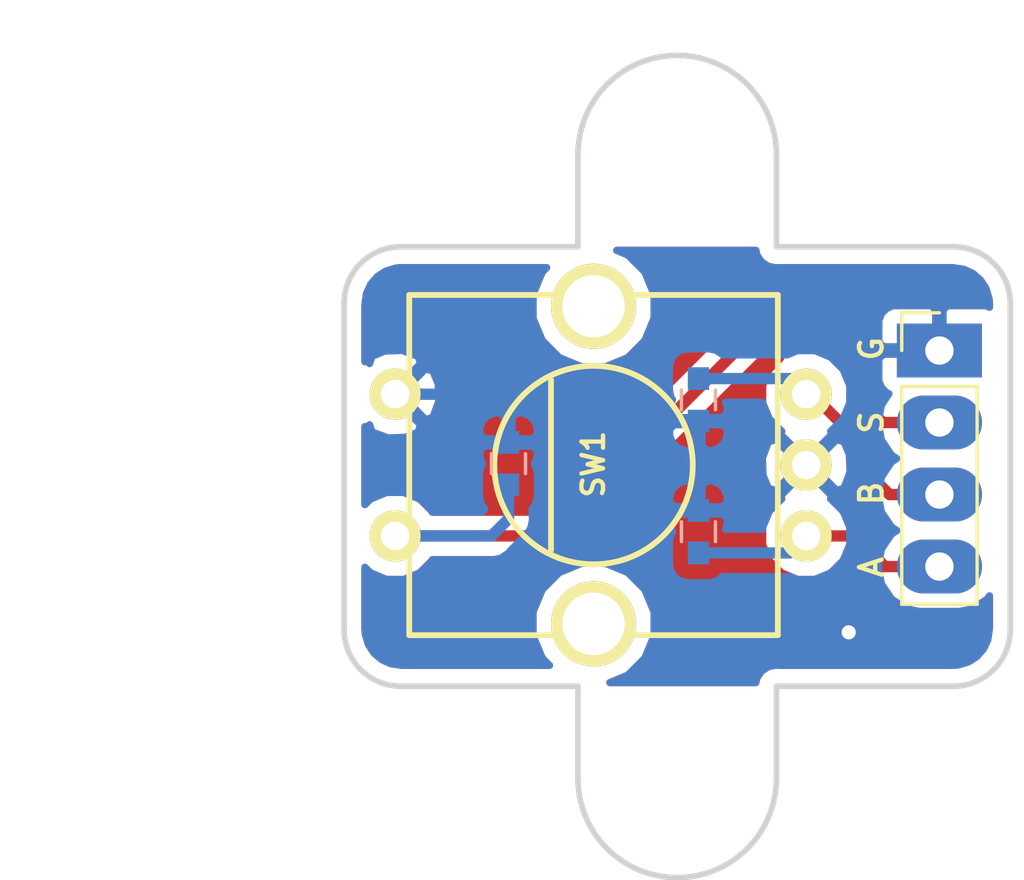
<source format=kicad_pcb>
(kicad_pcb (version 20171130) (host pcbnew "(5.0.0)")

  (general
    (thickness 1.6)
    (drawings 22)
    (tracks 37)
    (zones 0)
    (modules 7)
    (nets 5)
  )

  (page A4)
  (layers
    (0 F.Cu signal)
    (31 B.Cu signal)
    (32 B.Adhes user)
    (33 F.Adhes user)
    (34 B.Paste user)
    (35 F.Paste user)
    (36 B.SilkS user)
    (37 F.SilkS user)
    (38 B.Mask user)
    (39 F.Mask user)
    (40 Dwgs.User user)
    (41 Cmts.User user)
    (42 Eco1.User user)
    (43 Eco2.User user)
    (44 Edge.Cuts user)
    (45 Margin user)
    (46 B.CrtYd user)
    (47 F.CrtYd user)
    (48 B.Fab user)
    (49 F.Fab user hide)
  )

  (setup
    (last_trace_width 0.4)
    (trace_clearance 0.2)
    (zone_clearance 0.508)
    (zone_45_only no)
    (trace_min 0.2)
    (segment_width 0.2)
    (edge_width 0.2)
    (via_size 1)
    (via_drill 0.5)
    (via_min_size 0.4)
    (via_min_drill 0.3)
    (uvia_size 0.3)
    (uvia_drill 0.1)
    (uvias_allowed no)
    (uvia_min_size 0.2)
    (uvia_min_drill 0.1)
    (pcb_text_width 0.3)
    (pcb_text_size 1.5 1.5)
    (mod_edge_width 0.15)
    (mod_text_size 1 1)
    (mod_text_width 0.15)
    (pad_size 1.8 1.8)
    (pad_drill 1)
    (pad_to_mask_clearance 0.2)
    (aux_axis_origin 0 0)
    (visible_elements 7FFFFF7F)
    (pcbplotparams
      (layerselection 0x010fc_ffffffff)
      (usegerberextensions false)
      (usegerberattributes false)
      (usegerberadvancedattributes false)
      (creategerberjobfile false)
      (excludeedgelayer true)
      (linewidth 0.100000)
      (plotframeref false)
      (viasonmask false)
      (mode 1)
      (useauxorigin false)
      (hpglpennumber 1)
      (hpglpenspeed 20)
      (hpglpendiameter 15.000000)
      (psnegative false)
      (psa4output false)
      (plotreference true)
      (plotvalue true)
      (plotinvisibletext false)
      (padsonsilk false)
      (subtractmaskfromsilk false)
      (outputformat 1)
      (mirror false)
      (drillshape 1)
      (scaleselection 1)
      (outputdirectory ""))
  )

  (net 0 "")
  (net 1 GND)
  (net 2 "Net-(C1-Pad1)")
  (net 3 "Net-(C2-Pad1)")
  (net 4 "Net-(C3-Pad1)")

  (net_class Default "This is the default net class."
    (clearance 0.2)
    (trace_width 0.4)
    (via_dia 1)
    (via_drill 0.5)
    (uvia_dia 0.3)
    (uvia_drill 0.1)
    (add_net GND)
    (add_net "Net-(C1-Pad1)")
    (add_net "Net-(C2-Pad1)")
    (add_net "Net-(C3-Pad1)")
  )

  (module KiCadCustomLibs:Conn_1x04_2.54mm (layer F.Cu) (tedit 5CB63196) (tstamp 5CB696FC)
    (at 166 79.66)
    (descr "Through hole straight pin header, 1x04, 2.54mm pitch, single row")
    (tags "Through hole pin header THT 1x04 2.54mm single row")
    (path /5CBC5D95)
    (fp_text reference J1 (at 0 -2.33) (layer F.SilkS) hide
      (effects (font (size 1 1) (thickness 0.15)))
    )
    (fp_text value Conn_01x04 (at 0 9.95) (layer F.Fab) hide
      (effects (font (size 1 1) (thickness 0.15)))
    )
    (fp_text user %R (at 0 3.81 90) (layer F.Fab)
      (effects (font (size 1 1) (thickness 0.15)))
    )
    (fp_line (start 1.8 -1.8) (end -1.8 -1.8) (layer F.CrtYd) (width 0.05))
    (fp_line (start 1.8 9.4) (end 1.8 -1.8) (layer F.CrtYd) (width 0.05))
    (fp_line (start -1.8 9.4) (end 1.8 9.4) (layer F.CrtYd) (width 0.05))
    (fp_line (start -1.8 -1.8) (end -1.8 9.4) (layer F.CrtYd) (width 0.05))
    (fp_line (start -1.33 -1.33) (end 0 -1.33) (layer F.SilkS) (width 0.12))
    (fp_line (start -1.33 0) (end -1.33 -1.33) (layer F.SilkS) (width 0.12))
    (fp_line (start -1.33 1.27) (end 1.33 1.27) (layer F.SilkS) (width 0.12))
    (fp_line (start 1.33 1.27) (end 1.33 8.95) (layer F.SilkS) (width 0.12))
    (fp_line (start -1.33 1.27) (end -1.33 8.95) (layer F.SilkS) (width 0.12))
    (fp_line (start -1.33 8.95) (end 1.33 8.95) (layer F.SilkS) (width 0.12))
    (fp_line (start -1.27 -0.635) (end -0.635 -1.27) (layer F.Fab) (width 0.1))
    (fp_line (start -1.27 8.89) (end -1.27 -0.635) (layer F.Fab) (width 0.1))
    (fp_line (start 1.27 8.89) (end -1.27 8.89) (layer F.Fab) (width 0.1))
    (fp_line (start 1.27 -1.27) (end 1.27 8.89) (layer F.Fab) (width 0.1))
    (fp_line (start -0.635 -1.27) (end 1.27 -1.27) (layer F.Fab) (width 0.1))
    (pad 4 thru_hole oval (at 0 7.62) (size 3 1.9) (drill 1) (layers *.Cu *.Mask)
      (net 3 "Net-(C2-Pad1)"))
    (pad 3 thru_hole oval (at 0 5.08) (size 3 1.9) (drill 1) (layers *.Cu *.Mask)
      (net 4 "Net-(C3-Pad1)"))
    (pad 2 thru_hole oval (at 0 2.54) (size 3 1.9) (drill 1) (layers *.Cu *.Mask)
      (net 2 "Net-(C1-Pad1)"))
    (pad 1 thru_hole rect (at 0 0) (size 3 1.9) (drill 1) (layers *.Cu *.Mask)
      (net 1 GND))
    (model ${KISYS3DMOD}/Pin_Headers.3dshapes/Pin_Header_Straight_1x04_Pitch2.54mm.wrl
      (at (xyz 0 0 0))
      (scale (xyz 1 1 1))
      (rotate (xyz 0 0 0))
    )
  )

  (module KiCadCustomLibs:ROTARY-ENCODER (layer F.Cu) (tedit 5CB6319B) (tstamp 5CB69959)
    (at 153.8 83.7 90)
    (path /5CBC81D0)
    (fp_text reference SW1 (at 0.03 -0.01 90) (layer F.SilkS)
      (effects (font (size 0.762 0.762) (thickness 0.1524)))
    )
    (fp_text value Rotary_Encoder_Switch (at 0 0 90) (layer F.SilkS) hide
      (effects (font (size 0.762 0.762) (thickness 0.1524)))
    )
    (fp_line (start 3 -1.5) (end -3 -1.5) (layer F.SilkS) (width 0.2032))
    (fp_circle (center 0 0) (end 3.5 0) (layer F.SilkS) (width 0.2032))
    (fp_line (start 6 6.5) (end -6 6.5) (layer F.SilkS) (width 0.2032))
    (fp_line (start -6 6.5) (end -6 -6.5) (layer F.SilkS) (width 0.2032))
    (fp_line (start -6 -6.5) (end 6 -6.5) (layer F.SilkS) (width 0.2032))
    (fp_line (start 6 -6.5) (end 6 6.5) (layer F.SilkS) (width 0.2032))
    (pad 1 thru_hole circle (at -2.5 7.5 90) (size 1.8 1.8) (drill 1) (layers *.Cu *.Mask F.SilkS)
      (net 3 "Net-(C2-Pad1)"))
    (pad 3 thru_hole circle (at 2.5 7.5 90) (size 1.8 1.8) (drill 1) (layers *.Cu *.Mask F.SilkS)
      (net 4 "Net-(C3-Pad1)"))
    (pad 2 thru_hole circle (at 0 7.5 90) (size 1.8 1.8) (drill 1) (layers *.Cu *.Mask F.SilkS)
      (net 1 GND))
    (pad 4 thru_hole circle (at -2.5 -7 90) (size 1.8 1.8) (drill 1) (layers *.Cu *.Mask F.SilkS)
      (net 2 "Net-(C1-Pad1)"))
    (pad 5 thru_hole circle (at 2.5 -7 90) (size 1.8 1.8) (drill 1) (layers *.Cu *.Mask F.SilkS)
      (net 1 GND))
    (pad "" thru_hole circle (at 5.6 0 90) (size 3 3) (drill 2.2) (layers *.Cu *.Mask F.SilkS))
    (pad "" thru_hole circle (at -5.6 0 90) (size 3 3) (drill 2.2) (layers *.Cu *.Mask F.SilkS))
  )

  (module Capacitors_SMD:C_0603 (layer B.Cu) (tedit 5CB631AF) (tstamp 5CB69C17)
    (at 150.8 83.65 90)
    (descr "Capacitor SMD 0603, reflow soldering, AVX (see smccp.pdf)")
    (tags "capacitor 0603")
    (path /5CBCB27E)
    (attr smd)
    (fp_text reference C1 (at 0 1.5 90) (layer B.SilkS) hide
      (effects (font (size 1 1) (thickness 0.15)) (justify mirror))
    )
    (fp_text value C_Small (at 0 -1.5 90) (layer B.Fab)
      (effects (font (size 1 1) (thickness 0.15)) (justify mirror))
    )
    (fp_text user %R (at 0 0 90) (layer B.Fab)
      (effects (font (size 0.3 0.3) (thickness 0.075)) (justify mirror))
    )
    (fp_line (start -0.8 -0.4) (end -0.8 0.4) (layer B.Fab) (width 0.1))
    (fp_line (start 0.8 -0.4) (end -0.8 -0.4) (layer B.Fab) (width 0.1))
    (fp_line (start 0.8 0.4) (end 0.8 -0.4) (layer B.Fab) (width 0.1))
    (fp_line (start -0.8 0.4) (end 0.8 0.4) (layer B.Fab) (width 0.1))
    (fp_line (start -0.35 0.6) (end 0.35 0.6) (layer B.SilkS) (width 0.12))
    (fp_line (start 0.35 -0.6) (end -0.35 -0.6) (layer B.SilkS) (width 0.12))
    (fp_line (start -1.4 0.65) (end 1.4 0.65) (layer B.CrtYd) (width 0.05))
    (fp_line (start -1.4 0.65) (end -1.4 -0.65) (layer B.CrtYd) (width 0.05))
    (fp_line (start 1.4 -0.65) (end 1.4 0.65) (layer B.CrtYd) (width 0.05))
    (fp_line (start 1.4 -0.65) (end -1.4 -0.65) (layer B.CrtYd) (width 0.05))
    (pad 1 smd rect (at -0.75 0 90) (size 0.8 0.75) (layers B.Cu B.Paste B.Mask)
      (net 2 "Net-(C1-Pad1)"))
    (pad 2 smd rect (at 0.75 0 90) (size 0.8 0.75) (layers B.Cu B.Paste B.Mask)
      (net 1 GND))
    (model Capacitors_SMD.3dshapes/C_0603.wrl
      (at (xyz 0 0 0))
      (scale (xyz 1 1 1))
      (rotate (xyz 0 0 0))
    )
  )

  (module Capacitors_SMD:C_0603 (layer B.Cu) (tedit 5CB631B9) (tstamp 5CB69C28)
    (at 157.5 86.05 90)
    (descr "Capacitor SMD 0603, reflow soldering, AVX (see smccp.pdf)")
    (tags "capacitor 0603")
    (path /5CBCB374)
    (attr smd)
    (fp_text reference C2 (at 0 1.5 90) (layer B.SilkS) hide
      (effects (font (size 1 1) (thickness 0.15)) (justify mirror))
    )
    (fp_text value C_Small (at 0 -1.5 90) (layer B.Fab)
      (effects (font (size 1 1) (thickness 0.15)) (justify mirror))
    )
    (fp_line (start 1.4 -0.65) (end -1.4 -0.65) (layer B.CrtYd) (width 0.05))
    (fp_line (start 1.4 -0.65) (end 1.4 0.65) (layer B.CrtYd) (width 0.05))
    (fp_line (start -1.4 0.65) (end -1.4 -0.65) (layer B.CrtYd) (width 0.05))
    (fp_line (start -1.4 0.65) (end 1.4 0.65) (layer B.CrtYd) (width 0.05))
    (fp_line (start 0.35 -0.6) (end -0.35 -0.6) (layer B.SilkS) (width 0.12))
    (fp_line (start -0.35 0.6) (end 0.35 0.6) (layer B.SilkS) (width 0.12))
    (fp_line (start -0.8 0.4) (end 0.8 0.4) (layer B.Fab) (width 0.1))
    (fp_line (start 0.8 0.4) (end 0.8 -0.4) (layer B.Fab) (width 0.1))
    (fp_line (start 0.8 -0.4) (end -0.8 -0.4) (layer B.Fab) (width 0.1))
    (fp_line (start -0.8 -0.4) (end -0.8 0.4) (layer B.Fab) (width 0.1))
    (fp_text user %R (at 0 0 270) (layer B.Fab)
      (effects (font (size 0.3 0.3) (thickness 0.075)) (justify mirror))
    )
    (pad 2 smd rect (at 0.75 0 90) (size 0.8 0.75) (layers B.Cu B.Paste B.Mask)
      (net 1 GND))
    (pad 1 smd rect (at -0.75 0 90) (size 0.8 0.75) (layers B.Cu B.Paste B.Mask)
      (net 3 "Net-(C2-Pad1)"))
    (model Capacitors_SMD.3dshapes/C_0603.wrl
      (at (xyz 0 0 0))
      (scale (xyz 1 1 1))
      (rotate (xyz 0 0 0))
    )
  )

  (module Capacitors_SMD:C_0603 (layer B.Cu) (tedit 5CB631B2) (tstamp 5CB69C39)
    (at 157.5 81.4 270)
    (descr "Capacitor SMD 0603, reflow soldering, AVX (see smccp.pdf)")
    (tags "capacitor 0603")
    (path /5CBCB3C6)
    (attr smd)
    (fp_text reference C3 (at 0 1.5 270) (layer B.SilkS) hide
      (effects (font (size 1 1) (thickness 0.15)) (justify mirror))
    )
    (fp_text value C_Small (at 0 -1.5 270) (layer B.Fab)
      (effects (font (size 1 1) (thickness 0.15)) (justify mirror))
    )
    (fp_text user %R (at 0 0 270) (layer B.Fab)
      (effects (font (size 0.3 0.3) (thickness 0.075)) (justify mirror))
    )
    (fp_line (start -0.8 -0.4) (end -0.8 0.4) (layer B.Fab) (width 0.1))
    (fp_line (start 0.8 -0.4) (end -0.8 -0.4) (layer B.Fab) (width 0.1))
    (fp_line (start 0.8 0.4) (end 0.8 -0.4) (layer B.Fab) (width 0.1))
    (fp_line (start -0.8 0.4) (end 0.8 0.4) (layer B.Fab) (width 0.1))
    (fp_line (start -0.35 0.6) (end 0.35 0.6) (layer B.SilkS) (width 0.12))
    (fp_line (start 0.35 -0.6) (end -0.35 -0.6) (layer B.SilkS) (width 0.12))
    (fp_line (start -1.4 0.65) (end 1.4 0.65) (layer B.CrtYd) (width 0.05))
    (fp_line (start -1.4 0.65) (end -1.4 -0.65) (layer B.CrtYd) (width 0.05))
    (fp_line (start 1.4 -0.65) (end 1.4 0.65) (layer B.CrtYd) (width 0.05))
    (fp_line (start 1.4 -0.65) (end -1.4 -0.65) (layer B.CrtYd) (width 0.05))
    (pad 1 smd rect (at -0.75 0 270) (size 0.8 0.75) (layers B.Cu B.Paste B.Mask)
      (net 4 "Net-(C3-Pad1)"))
    (pad 2 smd rect (at 0.75 0 270) (size 0.8 0.75) (layers B.Cu B.Paste B.Mask)
      (net 1 GND))
    (model Capacitors_SMD.3dshapes/C_0603.wrl
      (at (xyz 0 0 0))
      (scale (xyz 1 1 1))
      (rotate (xyz 0 0 0))
    )
  )

  (module Mounting_Holes:MountingHole_3mm (layer F.Cu) (tedit 5CB6359B) (tstamp 5CB6A230)
    (at 156.75 72.75)
    (descr "Mounting Hole 3mm, no annular")
    (tags "mounting hole 3mm no annular")
    (attr virtual)
    (fp_text reference REF** (at 0 -4) (layer F.SilkS) hide
      (effects (font (size 1 1) (thickness 0.15)))
    )
    (fp_text value MountingHole_3mm (at 0 4) (layer F.Fab)
      (effects (font (size 1 1) (thickness 0.15)))
    )
    (fp_text user %R (at 0.3 0) (layer F.Fab)
      (effects (font (size 1 1) (thickness 0.15)))
    )
    (fp_circle (center 0 0) (end 3 0) (layer Cmts.User) (width 0.15))
    (fp_circle (center 0 0) (end 3.25 0) (layer F.CrtYd) (width 0.05))
    (pad 1 np_thru_hole circle (at 0 0) (size 3 3) (drill 3) (layers *.Cu *.Mask))
  )

  (module Mounting_Holes:MountingHole_3mm (layer F.Cu) (tedit 5CB6359F) (tstamp 5CB6A235)
    (at 156.75 94.75)
    (descr "Mounting Hole 3mm, no annular")
    (tags "mounting hole 3mm no annular")
    (attr virtual)
    (fp_text reference REF** (at 0 -4) (layer F.SilkS) hide
      (effects (font (size 1 1) (thickness 0.15)))
    )
    (fp_text value MountingHole_3mm (at 0 4) (layer F.Fab)
      (effects (font (size 1 1) (thickness 0.15)))
    )
    (fp_text user %R (at 0.3 0) (layer F.Fab)
      (effects (font (size 1 1) (thickness 0.15)))
    )
    (fp_circle (center 0 0) (end 3 0) (layer Cmts.User) (width 0.15))
    (fp_circle (center 0 0) (end 3.25 0) (layer F.CrtYd) (width 0.05))
    (pad 1 np_thru_hole circle (at 0 0) (size 3 3) (drill 3) (layers *.Cu *.Mask))
  )

  (gr_line (start 147 76) (end 153.25 76) (layer Edge.Cuts) (width 0.2))
  (gr_line (start 147 91.5) (end 153.25 91.5) (layer Edge.Cuts) (width 0.2))
  (gr_line (start 160.25 91.5) (end 166.5 91.5) (layer Edge.Cuts) (width 0.2))
  (gr_line (start 168.5 78) (end 168.5 89.5) (layer Edge.Cuts) (width 0.2))
  (gr_line (start 160.25 76) (end 166.5 76) (layer Edge.Cuts) (width 0.2))
  (gr_arc (start 166.5 89.5) (end 166.5 91.5) (angle -90) (layer Edge.Cuts) (width 0.2))
  (gr_arc (start 166.5 78) (end 168.5 78) (angle -90) (layer Edge.Cuts) (width 0.2))
  (gr_line (start 145 78) (end 145 89.5) (layer Edge.Cuts) (width 0.2))
  (gr_arc (start 147 89.5) (end 145 89.5) (angle -90) (layer Edge.Cuts) (width 0.2))
  (gr_arc (start 147 78) (end 147 76) (angle -90) (layer Edge.Cuts) (width 0.2))
  (gr_line (start 153.25 94.75) (end 153.25 91.5) (layer Edge.Cuts) (width 0.2))
  (gr_line (start 160.25 94.75) (end 160.25 91.5) (layer Edge.Cuts) (width 0.2))
  (gr_line (start 153.25 72.75) (end 153.25 76) (layer Edge.Cuts) (width 0.2))
  (gr_line (start 160.25 72.75) (end 160.25 76) (layer Edge.Cuts) (width 0.2))
  (gr_arc (start 156.75 94.75) (end 153.25 94.75) (angle -180) (layer Edge.Cuts) (width 0.2))
  (gr_arc (start 156.75 72.75) (end 160.25 72.75) (angle -180) (layer Edge.Cuts) (width 0.2))
  (dimension 15.5 (width 0.3) (layer Dwgs.User)
    (gr_text "15.500 mm" (at 138.4 83.75 270) (layer Dwgs.User)
      (effects (font (size 1.5 1.5) (thickness 0.3)))
    )
    (feature1 (pts (xy 145 91.5) (xy 139.913579 91.5)))
    (feature2 (pts (xy 145 76) (xy 139.913579 76)))
    (crossbar (pts (xy 140.5 76) (xy 140.5 91.5)))
    (arrow1a (pts (xy 140.5 91.5) (xy 139.913579 90.373496)))
    (arrow1b (pts (xy 140.5 91.5) (xy 141.086421 90.373496)))
    (arrow2a (pts (xy 140.5 76) (xy 139.913579 77.126504)))
    (arrow2b (pts (xy 140.5 76) (xy 141.086421 77.126504)))
  )
  (dimension 23.5 (width 0.3) (layer Dwgs.User)
    (gr_text "23.500 mm" (at 156.75 68.4) (layer Dwgs.User)
      (effects (font (size 1.5 1.5) (thickness 0.3)))
    )
    (feature1 (pts (xy 168.5 76) (xy 168.5 69.913579)))
    (feature2 (pts (xy 145 76) (xy 145 69.913579)))
    (crossbar (pts (xy 145 70.5) (xy 168.5 70.5)))
    (arrow1a (pts (xy 168.5 70.5) (xy 167.373496 71.086421)))
    (arrow1b (pts (xy 168.5 70.5) (xy 167.373496 69.913579)))
    (arrow2a (pts (xy 145 70.5) (xy 146.126504 71.086421)))
    (arrow2b (pts (xy 145 70.5) (xy 146.126504 69.913579)))
  )
  (gr_text G (at 163.6 79.6 90) (layer F.SilkS) (tstamp 5CB6A1C7)
    (effects (font (size 0.8 0.8) (thickness 0.15)))
  )
  (gr_text S (at 163.6 82.2 90) (layer F.SilkS) (tstamp 5CB6A1C3)
    (effects (font (size 0.8 0.8) (thickness 0.15)))
  )
  (gr_text B (at 163.6 84.7 90) (layer F.SilkS) (tstamp 5CB6A1BF)
    (effects (font (size 0.8 0.8) (thickness 0.15)))
  )
  (gr_text A (at 163.6 87.3 90) (layer F.SilkS)
    (effects (font (size 0.8 0.8) (thickness 0.15)))
  )

  (segment (start 146.8 81.2) (end 150.1 81.2) (width 0.4) (layer B.Cu) (net 1))
  (segment (start 150.8 81.9) (end 150.8 82.9) (width 0.4) (layer B.Cu) (net 1))
  (segment (start 150.1 81.2) (end 150.8 81.9) (width 0.4) (layer B.Cu) (net 1))
  (segment (start 150.8 82.9) (end 153.6 82.9) (width 0.4) (layer B.Cu) (net 1))
  (segment (start 154.35 82.15) (end 157.5 82.15) (width 0.4) (layer B.Cu) (net 1))
  (segment (start 153.6 82.9) (end 154.35 82.15) (width 0.4) (layer B.Cu) (net 1))
  (segment (start 158.75 82.15) (end 157.5 82.15) (width 0.4) (layer B.Cu) (net 1))
  (segment (start 157.5 85.3) (end 157.5 84.1) (width 0.4) (layer B.Cu) (net 1))
  (segment (start 157.5 84.1) (end 157.5 82.15) (width 0.4) (layer B.Cu) (net 1))
  (segment (start 157.5 85.3) (end 155.6 85.3) (width 0.4) (layer B.Cu) (net 1))
  (segment (start 155.6 85.3) (end 155.9 85.6) (width 0.4) (layer B.Cu) (net 1))
  (segment (start 155.9 85.6) (end 155.9 87.5) (width 0.4) (layer B.Cu) (net 1))
  (via (at 162.8 89.6) (size 1) (drill 0.5) (layers F.Cu B.Cu) (net 1))
  (segment (start 155.9 87.5) (end 158 89.6) (width 0.4) (layer B.Cu) (net 1))
  (segment (start 158 89.6) (end 162.8 89.6) (width 0.4) (layer B.Cu) (net 1))
  (segment (start 146.8 86.2) (end 150.2 86.2) (width 0.4) (layer B.Cu) (net 2))
  (segment (start 150.8 85.6) (end 150.8 84.4) (width 0.4) (layer B.Cu) (net 2))
  (segment (start 150.2 86.2) (end 150.8 85.6) (width 0.4) (layer B.Cu) (net 2))
  (segment (start 146.8 86.2) (end 152.3 86.2) (width 0.4) (layer F.Cu) (net 2))
  (segment (start 152.3 86.2) (end 159.4 79.1) (width 0.4) (layer F.Cu) (net 2))
  (segment (start 159.4 79.1) (end 162 79.1) (width 0.4) (layer F.Cu) (net 2))
  (segment (start 162 79.1) (end 163.4 80.5) (width 0.4) (layer F.Cu) (net 2))
  (segment (start 163.4 80.5) (end 163.4 81.6) (width 0.4) (layer F.Cu) (net 2))
  (segment (start 164 82.2) (end 166 82.2) (width 0.4) (layer F.Cu) (net 2))
  (segment (start 163.4 81.6) (end 164 82.2) (width 0.4) (layer F.Cu) (net 2))
  (segment (start 161.3 86.2) (end 163 86.2) (width 0.4) (layer F.Cu) (net 3))
  (segment (start 164.08 87.28) (end 166 87.28) (width 0.4) (layer F.Cu) (net 3))
  (segment (start 163 86.2) (end 164.08 87.28) (width 0.4) (layer F.Cu) (net 3))
  (segment (start 160.7 86.8) (end 161.3 86.2) (width 0.4) (layer B.Cu) (net 3))
  (segment (start 157.5 86.8) (end 160.7 86.8) (width 0.4) (layer B.Cu) (net 3))
  (segment (start 161.3 81.2) (end 161.5 81.2) (width 0.4) (layer F.Cu) (net 4))
  (segment (start 161.5 81.2) (end 163.3 83) (width 0.4) (layer F.Cu) (net 4))
  (segment (start 163.3 83) (end 163.3 83.8) (width 0.4) (layer F.Cu) (net 4))
  (segment (start 164.24 84.74) (end 166 84.74) (width 0.4) (layer F.Cu) (net 4))
  (segment (start 163.3 83.8) (end 164.24 84.74) (width 0.4) (layer F.Cu) (net 4))
  (segment (start 160.75 80.65) (end 161.3 81.2) (width 0.4) (layer B.Cu) (net 4))
  (segment (start 157.5 80.65) (end 160.75 80.65) (width 0.4) (layer B.Cu) (net 4))

  (zone (net 1) (net_name GND) (layer B.Cu) (tstamp 0) (hatch edge 0.508)
    (connect_pads (clearance 0.508))
    (min_thickness 0.254)
    (fill yes (arc_segments 16) (thermal_gap 0.508) (thermal_bridge_width 0.508))
    (polygon
      (pts
        (xy 168.5 76) (xy 144.5 76) (xy 144.5 91.5) (xy 168.5 91.5)
      )
    )
    (filled_polygon
      (pts
        (xy 159.557646 76.286783) (xy 159.720095 76.529905) (xy 159.963217 76.692354) (xy 160.177612 76.735) (xy 160.25 76.749399)
        (xy 160.322388 76.735) (xy 166.447636 76.735) (xy 166.85294 76.793044) (xy 167.177504 76.940614) (xy 167.447607 77.17335)
        (xy 167.641532 77.472539) (xy 167.75097 77.838479) (xy 167.765 78.027273) (xy 167.765 78.132448) (xy 167.626309 78.075)
        (xy 166.28575 78.075) (xy 166.127 78.23375) (xy 166.127 79.533) (xy 166.147 79.533) (xy 166.147 79.787)
        (xy 166.127 79.787) (xy 166.127 79.807) (xy 165.873 79.807) (xy 165.873 79.787) (xy 164.02375 79.787)
        (xy 163.865 79.94575) (xy 163.865 80.73631) (xy 163.961673 80.969699) (xy 164.140302 81.148327) (xy 164.223434 81.182762)
        (xy 163.956964 81.581564) (xy 163.833949 82.2) (xy 163.956964 82.818436) (xy 164.307279 83.342721) (xy 164.497766 83.47)
        (xy 164.307279 83.597279) (xy 163.956964 84.121564) (xy 163.833949 84.74) (xy 163.956964 85.358436) (xy 164.307279 85.882721)
        (xy 164.497766 86.01) (xy 164.307279 86.137279) (xy 163.956964 86.661564) (xy 163.833949 87.28) (xy 163.956964 87.898436)
        (xy 164.307279 88.422721) (xy 164.831564 88.773036) (xy 165.293897 88.865) (xy 166.706103 88.865) (xy 167.168436 88.773036)
        (xy 167.692721 88.422721) (xy 167.765001 88.314546) (xy 167.765001 89.447629) (xy 167.706956 89.852938) (xy 167.559385 90.177504)
        (xy 167.32665 90.447606) (xy 167.027459 90.641532) (xy 166.661525 90.75097) (xy 166.472727 90.765) (xy 160.322388 90.765)
        (xy 160.25 90.750601) (xy 160.177612 90.765) (xy 159.963217 90.807646) (xy 159.720095 90.970095) (xy 159.557646 91.213217)
        (xy 159.525863 91.373) (xy 154.374359 91.373) (xy 155.00938 91.109966) (xy 155.609966 90.50938) (xy 155.935 89.724678)
        (xy 155.935 88.875322) (xy 155.609966 88.09062) (xy 155.00938 87.490034) (xy 154.224678 87.165) (xy 153.375322 87.165)
        (xy 152.59062 87.490034) (xy 151.990034 88.09062) (xy 151.665 88.875322) (xy 151.665 89.724678) (xy 151.990034 90.50938)
        (xy 152.245654 90.765) (xy 147.052364 90.765) (xy 146.647062 90.706956) (xy 146.322496 90.559385) (xy 146.052394 90.32665)
        (xy 145.858468 90.027459) (xy 145.74903 89.661525) (xy 145.735 89.472727) (xy 145.735 87.305817) (xy 145.930493 87.50131)
        (xy 146.49467 87.735) (xy 147.10533 87.735) (xy 147.669507 87.50131) (xy 148.10131 87.069507) (xy 148.115603 87.035)
        (xy 150.117767 87.035) (xy 150.2 87.051357) (xy 150.282233 87.035) (xy 150.282237 87.035) (xy 150.525801 86.986552)
        (xy 150.802001 86.802001) (xy 150.848587 86.73228) (xy 151.180867 86.4) (xy 156.47756 86.4) (xy 156.47756 87.2)
        (xy 156.526843 87.447765) (xy 156.667191 87.657809) (xy 156.877235 87.798157) (xy 157.125 87.84744) (xy 157.875 87.84744)
        (xy 158.122765 87.798157) (xy 158.332809 87.657809) (xy 158.34805 87.635) (xy 160.617767 87.635) (xy 160.7 87.651357)
        (xy 160.762652 87.638895) (xy 160.99467 87.735) (xy 161.60533 87.735) (xy 162.169507 87.50131) (xy 162.60131 87.069507)
        (xy 162.835 86.50533) (xy 162.835 85.89467) (xy 162.60131 85.330493) (xy 162.169507 84.89869) (xy 162.16171 84.895461)
        (xy 162.200554 84.780159) (xy 161.3 83.879605) (xy 160.399446 84.780159) (xy 160.43829 84.895461) (xy 160.430493 84.89869)
        (xy 159.99869 85.330493) (xy 159.765 85.89467) (xy 159.765 85.965) (xy 158.452552 85.965) (xy 158.51 85.826309)
        (xy 158.51 85.58575) (xy 158.35125 85.427) (xy 157.627 85.427) (xy 157.627 85.447) (xy 157.373 85.447)
        (xy 157.373 85.427) (xy 156.64875 85.427) (xy 156.49 85.58575) (xy 156.49 85.826309) (xy 156.586673 86.059698)
        (xy 156.587873 86.060898) (xy 156.526843 86.152235) (xy 156.47756 86.4) (xy 151.180867 86.4) (xy 151.332283 86.248585)
        (xy 151.402001 86.202001) (xy 151.586552 85.925801) (xy 151.635 85.682237) (xy 151.635 85.682234) (xy 151.651357 85.600001)
        (xy 151.635 85.517768) (xy 151.635 85.25453) (xy 151.773157 85.047765) (xy 151.82244 84.8) (xy 151.82244 84.773691)
        (xy 156.49 84.773691) (xy 156.49 85.01425) (xy 156.64875 85.173) (xy 157.373 85.173) (xy 157.373 84.42375)
        (xy 157.627 84.42375) (xy 157.627 85.173) (xy 158.35125 85.173) (xy 158.51 85.01425) (xy 158.51 84.773691)
        (xy 158.413327 84.540302) (xy 158.234699 84.361673) (xy 158.00131 84.265) (xy 157.78575 84.265) (xy 157.627 84.42375)
        (xy 157.373 84.42375) (xy 157.21425 84.265) (xy 156.99869 84.265) (xy 156.765301 84.361673) (xy 156.586673 84.540302)
        (xy 156.49 84.773691) (xy 151.82244 84.773691) (xy 151.82244 84) (xy 151.773157 83.752235) (xy 151.712127 83.660898)
        (xy 151.713327 83.659698) (xy 151.796319 83.459336) (xy 159.753542 83.459336) (xy 159.779161 84.06946) (xy 159.963357 84.514148)
        (xy 160.219841 84.600554) (xy 161.120395 83.7) (xy 161.479605 83.7) (xy 162.380159 84.600554) (xy 162.636643 84.514148)
        (xy 162.846458 83.940664) (xy 162.820839 83.33054) (xy 162.636643 82.885852) (xy 162.380159 82.799446) (xy 161.479605 83.7)
        (xy 161.120395 83.7) (xy 160.219841 82.799446) (xy 159.963357 82.885852) (xy 159.753542 83.459336) (xy 151.796319 83.459336)
        (xy 151.81 83.426309) (xy 151.81 83.18575) (xy 151.65125 83.027) (xy 150.927 83.027) (xy 150.927 83.047)
        (xy 150.673 83.047) (xy 150.673 83.027) (xy 149.94875 83.027) (xy 149.79 83.18575) (xy 149.79 83.426309)
        (xy 149.886673 83.659698) (xy 149.887873 83.660898) (xy 149.826843 83.752235) (xy 149.77756 84) (xy 149.77756 84.8)
        (xy 149.826843 85.047765) (xy 149.964841 85.254292) (xy 149.854133 85.365) (xy 148.115603 85.365) (xy 148.10131 85.330493)
        (xy 147.669507 84.89869) (xy 147.10533 84.665) (xy 146.49467 84.665) (xy 145.930493 84.89869) (xy 145.735 85.094183)
        (xy 145.735 82.344828) (xy 145.78489 82.394718) (xy 145.899447 82.280161) (xy 145.985852 82.536643) (xy 146.559336 82.746458)
        (xy 147.16946 82.720839) (xy 147.614148 82.536643) (xy 147.669044 82.373691) (xy 149.79 82.373691) (xy 149.79 82.61425)
        (xy 149.94875 82.773) (xy 150.673 82.773) (xy 150.673 82.02375) (xy 150.927 82.02375) (xy 150.927 82.773)
        (xy 151.65125 82.773) (xy 151.81 82.61425) (xy 151.81 82.43575) (xy 156.49 82.43575) (xy 156.49 82.676309)
        (xy 156.586673 82.909698) (xy 156.765301 83.088327) (xy 156.99869 83.185) (xy 157.21425 83.185) (xy 157.373 83.02625)
        (xy 157.373 82.277) (xy 157.627 82.277) (xy 157.627 83.02625) (xy 157.78575 83.185) (xy 158.00131 83.185)
        (xy 158.234699 83.088327) (xy 158.413327 82.909698) (xy 158.51 82.676309) (xy 158.51 82.43575) (xy 158.35125 82.277)
        (xy 157.627 82.277) (xy 157.373 82.277) (xy 156.64875 82.277) (xy 156.49 82.43575) (xy 151.81 82.43575)
        (xy 151.81 82.373691) (xy 151.713327 82.140302) (xy 151.534699 81.961673) (xy 151.30131 81.865) (xy 151.08575 81.865)
        (xy 150.927 82.02375) (xy 150.673 82.02375) (xy 150.51425 81.865) (xy 150.29869 81.865) (xy 150.065301 81.961673)
        (xy 149.886673 82.140302) (xy 149.79 82.373691) (xy 147.669044 82.373691) (xy 147.700554 82.280159) (xy 146.8 81.379605)
        (xy 146.785858 81.393748) (xy 146.606253 81.214143) (xy 146.620395 81.2) (xy 146.979605 81.2) (xy 147.880159 82.100554)
        (xy 148.136643 82.014148) (xy 148.346458 81.440664) (xy 148.320839 80.83054) (xy 148.136643 80.385852) (xy 147.880159 80.299446)
        (xy 146.979605 81.2) (xy 146.620395 81.2) (xy 146.606253 81.185858) (xy 146.785858 81.006253) (xy 146.8 81.020395)
        (xy 147.570395 80.25) (xy 156.47756 80.25) (xy 156.47756 81.05) (xy 156.526843 81.297765) (xy 156.587873 81.389102)
        (xy 156.586673 81.390302) (xy 156.49 81.623691) (xy 156.49 81.86425) (xy 156.64875 82.023) (xy 157.373 82.023)
        (xy 157.373 82.003) (xy 157.627 82.003) (xy 157.627 82.023) (xy 158.35125 82.023) (xy 158.51 81.86425)
        (xy 158.51 81.623691) (xy 158.452552 81.485) (xy 159.765 81.485) (xy 159.765 81.50533) (xy 159.99869 82.069507)
        (xy 160.430493 82.50131) (xy 160.43829 82.504539) (xy 160.399446 82.619841) (xy 161.3 83.520395) (xy 162.200554 82.619841)
        (xy 162.16171 82.504539) (xy 162.169507 82.50131) (xy 162.60131 82.069507) (xy 162.835 81.50533) (xy 162.835 80.89467)
        (xy 162.60131 80.330493) (xy 162.169507 79.89869) (xy 161.60533 79.665) (xy 160.99467 79.665) (xy 160.632538 79.815)
        (xy 158.34805 79.815) (xy 158.332809 79.792191) (xy 158.122765 79.651843) (xy 157.875 79.60256) (xy 157.125 79.60256)
        (xy 156.877235 79.651843) (xy 156.667191 79.792191) (xy 156.526843 80.002235) (xy 156.47756 80.25) (xy 147.570395 80.25)
        (xy 147.700554 80.119841) (xy 147.614148 79.863357) (xy 147.040664 79.653542) (xy 146.43054 79.679161) (xy 145.985852 79.863357)
        (xy 145.899447 80.119839) (xy 145.78489 80.005282) (xy 145.735 80.055172) (xy 145.735 78.052364) (xy 145.793044 77.64706)
        (xy 145.940614 77.322496) (xy 146.17335 77.052393) (xy 146.472539 76.858468) (xy 146.838479 76.74903) (xy 147.027273 76.735)
        (xy 152.145654 76.735) (xy 151.990034 76.89062) (xy 151.665 77.675322) (xy 151.665 78.524678) (xy 151.990034 79.30938)
        (xy 152.59062 79.909966) (xy 153.375322 80.235) (xy 154.224678 80.235) (xy 155.00938 79.909966) (xy 155.609966 79.30938)
        (xy 155.910556 78.58369) (xy 163.865 78.58369) (xy 163.865 79.37425) (xy 164.02375 79.533) (xy 165.873 79.533)
        (xy 165.873 78.23375) (xy 165.71425 78.075) (xy 164.373691 78.075) (xy 164.140302 78.171673) (xy 163.961673 78.350301)
        (xy 163.865 78.58369) (xy 155.910556 78.58369) (xy 155.935 78.524678) (xy 155.935 77.675322) (xy 155.609966 76.89062)
        (xy 155.00938 76.290034) (xy 154.615781 76.127) (xy 159.525863 76.127)
      )
    )
  )
  (zone (net 1) (net_name GND) (layer F.Cu) (tstamp 0) (hatch edge 0.508)
    (connect_pads (clearance 0.508))
    (min_thickness 0.254)
    (fill yes (arc_segments 16) (thermal_gap 0.508) (thermal_bridge_width 0.508))
    (polygon
      (pts
        (xy 145 76) (xy 169 76) (xy 169 91.5) (xy 145 91.5)
      )
    )
    (filled_polygon
      (pts
        (xy 159.99869 80.330493) (xy 159.765 80.89467) (xy 159.765 81.50533) (xy 159.99869 82.069507) (xy 160.430493 82.50131)
        (xy 160.43829 82.504539) (xy 160.399446 82.619841) (xy 161.3 83.520395) (xy 161.314143 83.506253) (xy 161.493748 83.685858)
        (xy 161.479605 83.7) (xy 162.380159 84.600554) (xy 162.636643 84.514148) (xy 162.684865 84.382343) (xy 162.698 84.402001)
        (xy 162.767718 84.448585) (xy 163.591414 85.272282) (xy 163.637999 85.342001) (xy 163.914199 85.526552) (xy 164.093069 85.562131)
        (xy 164.307279 85.882721) (xy 164.497766 86.01) (xy 164.307279 86.137279) (xy 164.231523 86.250656) (xy 163.648587 85.66772)
        (xy 163.602001 85.597999) (xy 163.325801 85.413448) (xy 163.082237 85.365) (xy 163.082233 85.365) (xy 163 85.348643)
        (xy 162.917767 85.365) (xy 162.615603 85.365) (xy 162.60131 85.330493) (xy 162.169507 84.89869) (xy 162.16171 84.895461)
        (xy 162.200554 84.780159) (xy 161.3 83.879605) (xy 160.399446 84.780159) (xy 160.43829 84.895461) (xy 160.430493 84.89869)
        (xy 159.99869 85.330493) (xy 159.765 85.89467) (xy 159.765 86.50533) (xy 159.99869 87.069507) (xy 160.430493 87.50131)
        (xy 160.99467 87.735) (xy 161.60533 87.735) (xy 162.169507 87.50131) (xy 162.60131 87.069507) (xy 162.615603 87.035)
        (xy 162.654133 87.035) (xy 163.431415 87.812282) (xy 163.477999 87.882001) (xy 163.754199 88.066552) (xy 163.997763 88.115)
        (xy 164.08 88.131358) (xy 164.108773 88.125635) (xy 164.307279 88.422721) (xy 164.831564 88.773036) (xy 165.293897 88.865)
        (xy 166.706103 88.865) (xy 167.168436 88.773036) (xy 167.692721 88.422721) (xy 167.765001 88.314546) (xy 167.765001 89.447629)
        (xy 167.706956 89.852938) (xy 167.559385 90.177504) (xy 167.32665 90.447606) (xy 167.027459 90.641532) (xy 166.661525 90.75097)
        (xy 166.472727 90.765) (xy 160.322388 90.765) (xy 160.25 90.750601) (xy 160.177612 90.765) (xy 159.963217 90.807646)
        (xy 159.720095 90.970095) (xy 159.557646 91.213217) (xy 159.525863 91.373) (xy 154.374359 91.373) (xy 155.00938 91.109966)
        (xy 155.609966 90.50938) (xy 155.935 89.724678) (xy 155.935 88.875322) (xy 155.609966 88.09062) (xy 155.00938 87.490034)
        (xy 154.224678 87.165) (xy 153.375322 87.165) (xy 152.59062 87.490034) (xy 151.990034 88.09062) (xy 151.665 88.875322)
        (xy 151.665 89.724678) (xy 151.990034 90.50938) (xy 152.245654 90.765) (xy 147.052364 90.765) (xy 146.647062 90.706956)
        (xy 146.322496 90.559385) (xy 146.052394 90.32665) (xy 145.858468 90.027459) (xy 145.74903 89.661525) (xy 145.735 89.472727)
        (xy 145.735 87.305817) (xy 145.930493 87.50131) (xy 146.49467 87.735) (xy 147.10533 87.735) (xy 147.669507 87.50131)
        (xy 148.10131 87.069507) (xy 148.115603 87.035) (xy 152.217767 87.035) (xy 152.3 87.051357) (xy 152.382233 87.035)
        (xy 152.382237 87.035) (xy 152.625801 86.986552) (xy 152.902001 86.802001) (xy 152.948587 86.73228) (xy 156.221531 83.459336)
        (xy 159.753542 83.459336) (xy 159.779161 84.06946) (xy 159.963357 84.514148) (xy 160.219841 84.600554) (xy 161.120395 83.7)
        (xy 160.219841 82.799446) (xy 159.963357 82.885852) (xy 159.753542 83.459336) (xy 156.221531 83.459336) (xy 159.745869 79.935)
        (xy 160.394183 79.935)
      )
    )
    (filled_polygon
      (pts
        (xy 159.557646 76.286783) (xy 159.720095 76.529905) (xy 159.963217 76.692354) (xy 160.177612 76.735) (xy 160.25 76.749399)
        (xy 160.322388 76.735) (xy 166.447636 76.735) (xy 166.85294 76.793044) (xy 167.177504 76.940614) (xy 167.447607 77.17335)
        (xy 167.641532 77.472539) (xy 167.75097 77.838479) (xy 167.765 78.027273) (xy 167.765 78.132448) (xy 167.626309 78.075)
        (xy 166.28575 78.075) (xy 166.127 78.23375) (xy 166.127 79.533) (xy 166.147 79.533) (xy 166.147 79.787)
        (xy 166.127 79.787) (xy 166.127 79.807) (xy 165.873 79.807) (xy 165.873 79.787) (xy 164.02375 79.787)
        (xy 163.948499 79.862251) (xy 163.932283 79.851415) (xy 162.664558 78.58369) (xy 163.865 78.58369) (xy 163.865 79.37425)
        (xy 164.02375 79.533) (xy 165.873 79.533) (xy 165.873 78.23375) (xy 165.71425 78.075) (xy 164.373691 78.075)
        (xy 164.140302 78.171673) (xy 163.961673 78.350301) (xy 163.865 78.58369) (xy 162.664558 78.58369) (xy 162.648587 78.56772)
        (xy 162.602001 78.497999) (xy 162.325801 78.313448) (xy 162.082237 78.265) (xy 162.082233 78.265) (xy 162 78.248643)
        (xy 161.917767 78.265) (xy 159.482232 78.265) (xy 159.399999 78.248643) (xy 159.317766 78.265) (xy 159.317763 78.265)
        (xy 159.079634 78.312367) (xy 159.074199 78.313448) (xy 158.896838 78.431957) (xy 158.797999 78.497999) (xy 158.751417 78.567714)
        (xy 151.954133 85.365) (xy 148.115603 85.365) (xy 148.10131 85.330493) (xy 147.669507 84.89869) (xy 147.10533 84.665)
        (xy 146.49467 84.665) (xy 145.930493 84.89869) (xy 145.735 85.094183) (xy 145.735 82.344828) (xy 145.78489 82.394718)
        (xy 145.899447 82.280161) (xy 145.985852 82.536643) (xy 146.559336 82.746458) (xy 147.16946 82.720839) (xy 147.614148 82.536643)
        (xy 147.700554 82.280159) (xy 146.8 81.379605) (xy 146.785858 81.393748) (xy 146.606253 81.214143) (xy 146.620395 81.2)
        (xy 146.979605 81.2) (xy 147.880159 82.100554) (xy 148.136643 82.014148) (xy 148.346458 81.440664) (xy 148.320839 80.83054)
        (xy 148.136643 80.385852) (xy 147.880159 80.299446) (xy 146.979605 81.2) (xy 146.620395 81.2) (xy 146.606253 81.185858)
        (xy 146.785858 81.006253) (xy 146.8 81.020395) (xy 147.700554 80.119841) (xy 147.614148 79.863357) (xy 147.040664 79.653542)
        (xy 146.43054 79.679161) (xy 145.985852 79.863357) (xy 145.899447 80.119839) (xy 145.78489 80.005282) (xy 145.735 80.055172)
        (xy 145.735 78.052364) (xy 145.793044 77.64706) (xy 145.940614 77.322496) (xy 146.17335 77.052393) (xy 146.472539 76.858468)
        (xy 146.838479 76.74903) (xy 147.027273 76.735) (xy 152.145654 76.735) (xy 151.990034 76.89062) (xy 151.665 77.675322)
        (xy 151.665 78.524678) (xy 151.990034 79.30938) (xy 152.59062 79.909966) (xy 153.375322 80.235) (xy 154.224678 80.235)
        (xy 155.00938 79.909966) (xy 155.609966 79.30938) (xy 155.935 78.524678) (xy 155.935 77.675322) (xy 155.609966 76.89062)
        (xy 155.00938 76.290034) (xy 154.615781 76.127) (xy 159.525863 76.127)
      )
    )
  )
)

</source>
